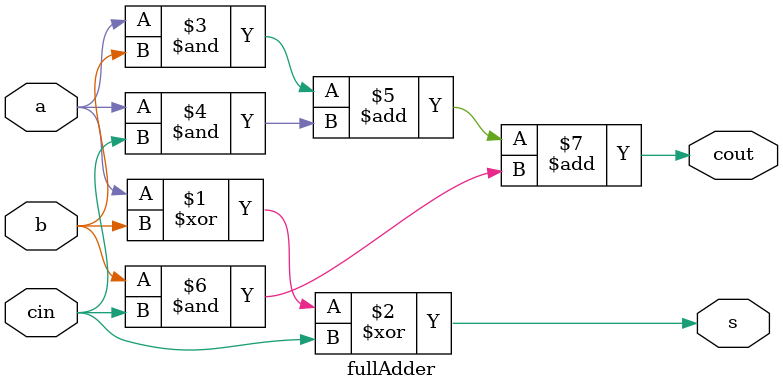
<source format=sv>
module fullAdder (
    input logic a, b, cin, 
    output logic cout, s
);
	
	assign s = a ^ b ^ cin;
	assign cout = (a & b) + (a & cin) + (b & cin);

endmodule
</source>
